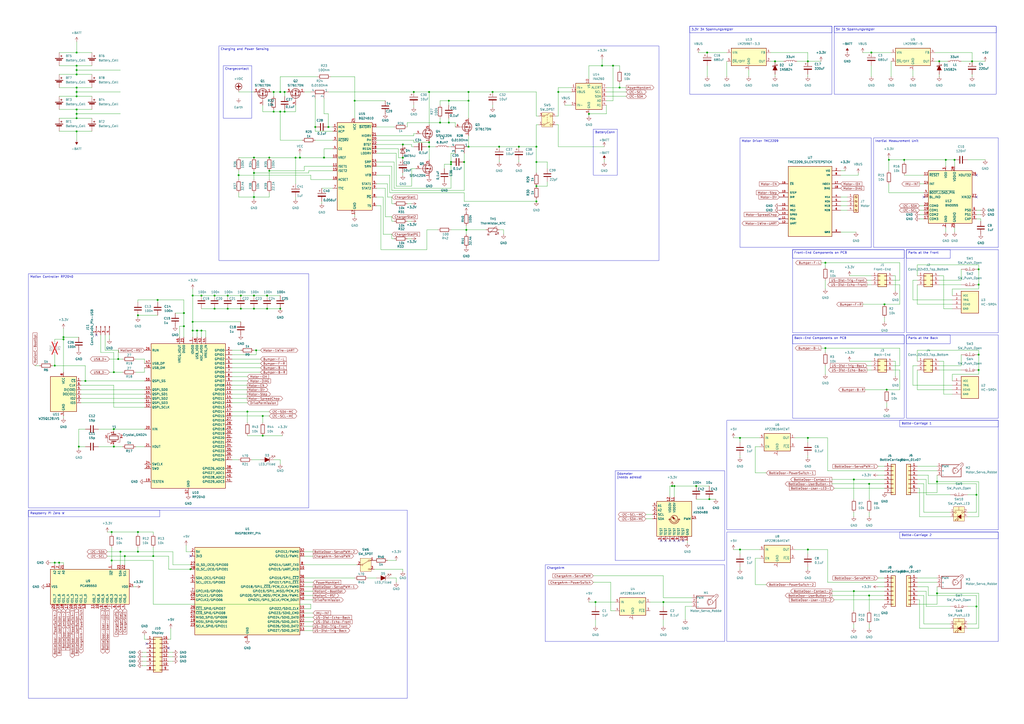
<source format=kicad_sch>
(kicad_sch
	(version 20231120)
	(generator "eeschema")
	(generator_version "8.0")
	(uuid "10e9ed1f-81fe-4a04-a219-cef72219a4ee")
	(paper "A2")
	
	(junction
		(at 429.26 318.77)
		(diameter 0)
		(color 0 0 0 0)
		(uuid "03268f60-248c-430f-9a48-def6cb6c976e")
	)
	(junction
		(at 148.59 203.2)
		(diameter 0)
		(color 0 0 0 0)
		(uuid "04234bed-4ba9-40ef-ac16-7d8ec800186b")
	)
	(junction
		(at 410.21 30.48)
		(diameter 0)
		(color 0 0 0 0)
		(uuid "06870aa4-4c9b-477d-9f05-4ca4de8f6a4d")
	)
	(junction
		(at 147.32 91.44)
		(diameter 0)
		(color 0 0 0 0)
		(uuid "078e93f4-ef9b-4a26-8fc8-7cb6440c9d83")
	)
	(junction
		(at 44.45 50.8)
		(diameter 0)
		(color 0 0 0 0)
		(uuid "083aae67-81c3-4ec2-bf4a-336ec22f72e9")
	)
	(junction
		(at 567.69 156.21)
		(diameter 0)
		(color 0 0 0 0)
		(uuid "0a9bdb1e-9b3a-41f4-835f-eeec191ae320")
	)
	(junction
		(at 205.74 58.42)
		(diameter 0)
		(color 0 0 0 0)
		(uuid "0fa84823-55a1-466b-9cc3-bd54f6acb385")
	)
	(junction
		(at 514.35 226.06)
		(diameter 0)
		(color 0 0 0 0)
		(uuid "1164d9f6-d69f-4765-bfe4-5ec41bb5ffc7")
	)
	(junction
		(at 270.51 133.35)
		(diameter 0)
		(color 0 0 0 0)
		(uuid "1591bc0a-595e-4743-a95b-031ef01c08e6")
	)
	(junction
		(at 248.92 53.34)
		(diameter 0)
		(color 0 0 0 0)
		(uuid "1679ec30-b595-4bc8-847c-00c67a55e84a")
	)
	(junction
		(at 411.48 289.56)
		(diameter 0)
		(color 0 0 0 0)
		(uuid "1b8fa2c7-fa8e-4998-809b-20561d475fbb")
	)
	(junction
		(at 389.89 281.94)
		(diameter 0)
		(color 0 0 0 0)
		(uuid "1d2d508c-e08b-4225-b0ac-1b0f49c14c3f")
	)
	(junction
		(at 36.83 195.58)
		(diameter 0)
		(color 0 0 0 0)
		(uuid "21be0d6d-08dd-4c6b-8dde-b3409b7daccd")
	)
	(junction
		(at 91.44 173.99)
		(diameter 0)
		(color 0 0 0 0)
		(uuid "22a4d2dd-f848-4193-8541-955420f6e17d")
	)
	(junction
		(at 44.45 68.58)
		(diameter 0)
		(color 0 0 0 0)
		(uuid "2421b6f1-9351-4b09-9d81-3293799c07ca")
	)
	(junction
		(at 543.56 279.4)
		(diameter 0)
		(color 0 0 0 0)
		(uuid "25fc08dd-dbcb-4986-8d99-a9d615e74609")
	)
	(junction
		(at 44.45 30.48)
		(diameter 0)
		(color 0 0 0 0)
		(uuid "265fbd34-c236-4afc-b472-ab5f7b1865f2")
	)
	(junction
		(at 64.77 325.12)
		(diameter 0)
		(color 0 0 0 0)
		(uuid "277e0764-7927-4216-849d-6bc3b8e09a44")
	)
	(junction
		(at 139.7 179.07)
		(diameter 0)
		(color 0 0 0 0)
		(uuid "29426718-41a1-4fab-a69c-de55200420f5")
	)
	(junction
		(at 44.45 43.18)
		(diameter 0)
		(color 0 0 0 0)
		(uuid "29b5096b-a417-4d8d-8959-38c8fd1009d5")
	)
	(junction
		(at 173.99 91.44)
		(diameter 0)
		(color 0 0 0 0)
		(uuid "2b369410-99bd-4582-9d81-3d76128a213a")
	)
	(junction
		(at 80.01 182.88)
		(diameter 0)
		(color 0 0 0 0)
		(uuid "2d0abeda-aac0-4388-a19d-3bc6f581aa05")
	)
	(junction
		(at 44.45 76.2)
		(diameter 0)
		(color 0 0 0 0)
		(uuid "2d1447b9-e1f8-416e-9e68-2f3a93be7887")
	)
	(junction
		(at 116.84 191.77)
		(diameter 0)
		(color 0 0 0 0)
		(uuid "2e7fad9a-09d7-4161-afc3-42855f89e07f")
	)
	(junction
		(at 187.96 91.44)
		(diameter 0)
		(color 0 0 0 0)
		(uuid "2fb5237e-5a20-44ce-8f36-963c438a2351")
	)
	(junction
		(at 147.32 179.07)
		(diameter 0)
		(color 0 0 0 0)
		(uuid "2fdf82e2-3891-4bd7-be3f-e7514a4bef5c")
	)
	(junction
		(at 311.15 85.09)
		(diameter 0)
		(color 0 0 0 0)
		(uuid "311f4d38-041f-4193-974d-1c83fbb67e88")
	)
	(junction
		(at 248.92 85.09)
		(diameter 0)
		(color 0 0 0 0)
		(uuid "35ac3a86-2b3b-4a03-adb1-0a5eb95a4bba")
	)
	(junction
		(at 124.46 179.07)
		(diameter 0)
		(color 0 0 0 0)
		(uuid "39a70374-4daf-4db7-bf38-bf4c46ca5dc6")
	)
	(junction
		(at 124.46 171.45)
		(diameter 0)
		(color 0 0 0 0)
		(uuid "3c018187-1d9c-4d03-8c02-29d04cab6f36")
	)
	(junction
		(at 88.9 322.58)
		(diameter 0)
		(color 0 0 0 0)
		(uuid "3ee83e4e-3370-4ed8-bcc6-114de62898d7")
	)
	(junction
		(at 349.25 38.1)
		(diameter 0)
		(color 0 0 0 0)
		(uuid "3eea0a00-3e9a-4c07-bf8c-cd1e7c4edf62")
	)
	(junction
		(at 147.32 100.33)
		(diameter 0)
		(color 0 0 0 0)
		(uuid "41cacee7-f5a4-4feb-90d3-5b89c79d1be2")
	)
	(junction
		(at 147.32 171.45)
		(diameter 0)
		(color 0 0 0 0)
		(uuid "451af065-1b1a-4969-88c6-18b12c3eaf4b")
	)
	(junction
		(at 513.08 176.53)
		(diameter 0)
		(color 0 0 0 0)
		(uuid "46e71d5b-0486-4156-82c5-6cd1b8ff00c5")
	)
	(junction
		(at 116.84 171.45)
		(diameter 0)
		(color 0 0 0 0)
		(uuid "470f61d3-5f15-44b3-9be8-d7ad98c6cb59")
	)
	(junction
		(at 355.6 38.1)
		(diameter 0)
		(color 0 0 0 0)
		(uuid "4a08adb7-ea48-4326-a6c2-0515fd040642")
	)
	(junction
		(at 311.15 107.95)
		(diameter 0)
		(color 0 0 0 0)
		(uuid "4c87b946-ba01-4b69-b1a9-9e7e6044b062")
	)
	(junction
		(at 31.75 212.09)
		(diameter 0)
		(color 0 0 0 0)
		(uuid "4f324c9b-e82a-4655-af45-70ad70b76b07")
	)
	(junction
		(at 165.1 64.77)
		(diameter 0)
		(color 0 0 0 0)
		(uuid "4f5c7b81-43d6-4512-a1ff-f2767706b81b")
	)
	(junction
		(at 80.01 308.61)
		(diameter 0)
		(color 0 0 0 0)
		(uuid "4fafc432-26d7-4c70-844e-cbe5d393e13c")
	)
	(junction
		(at 68.58 208.28)
		(diameter 0)
		(color 0 0 0 0)
		(uuid "515f183c-9db6-4e5c-a04a-45e2e5b7cfce")
	)
	(junction
		(at 260.35 71.12)
		(diameter 0)
		(color 0 0 0 0)
		(uuid "51a07f6d-fef6-4ded-b7b5-940b5c2502f1")
	)
	(junction
		(at 563.88 35.56)
		(diameter 0)
		(color 0 0 0 0)
		(uuid "55e24700-a976-46b6-9a5e-322947c19269")
	)
	(junction
		(at 261.62 95.25)
		(diameter 0)
		(color 0 0 0 0)
		(uuid "5648a747-6913-4918-8ca5-acc9f5883311")
	)
	(junction
		(at 504.19 345.44)
		(diameter 0)
		(color 0 0 0 0)
		(uuid "57161dd7-66d7-4a82-9a79-eaa5c269842f")
	)
	(junction
		(at 248.92 82.55)
		(diameter 0)
		(color 0 0 0 0)
		(uuid "594a1fa7-7f41-4e93-aa45-4e1c30e0c436")
	)
	(junction
		(at 567.69 214.63)
		(diameter 0)
		(color 0 0 0 0)
		(uuid "594cf67e-7a44-4414-8f11-a3da63be89bc")
	)
	(junction
		(at 255.27 71.12)
		(diameter 0)
		(color 0 0 0 0)
		(uuid "5cb3f681-a5b8-4722-b634-c4ebdba652ce")
	)
	(junction
		(at 548.64 92.71)
		(diameter 0)
		(color 0 0 0 0)
		(uuid "5eef07a4-476c-4d20-ab85-4e2f6966be7d")
	)
	(junction
		(at 567.69 205.74)
		(diameter 0)
		(color 0 0 0 0)
		(uuid "6a3dc16e-cbd1-4799-aa60-2efd10351d35")
	)
	(junction
		(at 261.62 93.98)
		(diameter 0)
		(color 0 0 0 0)
		(uuid "6bda25a7-d433-4177-8a8c-e3ecc441d877")
	)
	(junction
		(at 111.76 191.77)
		(diameter 0)
		(color 0 0 0 0)
		(uuid "6d65149c-99e1-48b1-afd4-3fc0a4e61402")
	)
	(junction
		(at 311.15 93.98)
		(diameter 0)
		(color 0 0 0 0)
		(uuid "6ef56cb4-6ee0-4075-bb1b-a819c1239ddb")
	)
	(junction
		(at 44.45 66.04)
		(diameter 0)
		(color 0 0 0 0)
		(uuid "6f780dc5-431b-4107-8aa6-7a7b80f485db")
	)
	(junction
		(at 80.01 320.04)
		(diameter 0)
		(color 0 0 0 0)
		(uuid "7008afad-ebe6-4b0c-994b-1ffb34cb38c0")
	)
	(junction
		(at 495.3 278.13)
		(diameter 0)
		(color 0 0 0 0)
		(uuid "75888cbd-2c9c-44cc-a124-d721d5a43a54")
	)
	(junction
		(at 66.04 259.08)
		(diameter 0)
		(color 0 0 0 0)
		(uuid "75b73604-a04b-4e5e-8f2b-d7112a354c76")
	)
	(junction
		(at 152.4 252.73)
		(diameter 0)
		(color 0 0 0 0)
		(uuid "75ef01e9-385c-4ea7-9683-cb33dac2e24c")
	)
	(junction
		(at 156.21 99.06)
		(diameter 0)
		(color 0 0 0 0)
		(uuid "7a6f0ed7-48cc-489f-9f10-fea7b8900c2e")
	)
	(junction
		(at 44.45 40.64)
		(diameter 0)
		(color 0 0 0 0)
		(uuid "7b5e014f-6d02-49ab-956c-429ce09c3d2b")
	)
	(junction
		(at 566.42 351.79)
		(diameter 0)
		(color 0 0 0 0)
		(uuid "7cb410a2-cd21-4a99-a0fc-9cfba2c05cfa")
	)
	(junction
		(at 154.94 171.45)
		(diameter 0)
		(color 0 0 0 0)
		(uuid "7dc31fcc-7a3f-43f9-9177-cd22c32ac711")
	)
	(junction
		(at 543.56 344.17)
		(diameter 0)
		(color 0 0 0 0)
		(uuid "80f79bba-cc7f-4b8e-9517-8f247a51f6a4")
	)
	(junction
		(at 311.15 116.84)
		(diameter 0)
		(color 0 0 0 0)
		(uuid "821cd109-e758-4a14-9a36-4eccd116b2e8")
	)
	(junction
		(at 158.75 64.77)
		(diameter 0)
		(color 0 0 0 0)
		(uuid "82b92c49-401a-4913-858f-7e3f2f46ddcf")
	)
	(junction
		(at 111.76 186.69)
		(diameter 0)
		(color 0 0 0 0)
		(uuid "84d0a7d8-7dd4-4f12-bcc9-40014992f2ac")
	)
	(junction
		(at 504.19 280.67)
		(diameter 0)
		(color 0 0 0 0)
		(uuid "8521d5a2-40ba-4a5d-a5c4-2e6ef9471c28")
	)
	(junction
		(at 240.03 53.34)
		(diameter 0)
		(color 0 0 0 0)
		(uuid "85aefa31-e41f-4715-9986-793490d285ff")
	)
	(junction
		(at 44.45 53.34)
		(diameter 0)
		(color 0 0 0 0)
		(uuid "87f4a9f5-047d-4055-84ef-ce082379ddb6")
	)
	(junction
		(at 162.56 64.77)
		(diameter 0)
		(color 0 0 0 0)
		(uuid "882212e7-c879-43a9-94f4-d1d58d5f9db1")
	)
	(junction
		(at 478.79 201.93)
		(diameter 0)
		(color 0 0 0 0)
		(uuid "88a18d9a-46e4-498d-9d39-2906a2038335")
	)
	(junction
		(at 271.78 85.09)
		(diameter 0)
		(color 0 0 0 0)
		(uuid "8a7f6c4c-38fa-47ce-ae35-629d17876516")
	)
	(junction
		(at 111.76 171.45)
		(diameter 0)
		(color 0 0 0 0)
		(uuid "8c8781ed-ac6a-4428-9845-847cdc5f6708")
	)
	(junction
		(at 271.78 53.34)
		(diameter 0)
		(color 0 0 0 0)
		(uuid "8e4272b3-cc34-461e-ac6a-bc00f9b86312")
	)
	(junction
		(at 271.78 58.42)
		(diameter 0)
		(color 0 0 0 0)
		(uuid "8f6c5fa1-1431-4ada-bf5f-e2d89623533d")
	)
	(junction
		(at 132.08 179.07)
		(diameter 0)
		(color 0 0 0 0)
		(uuid "90d555f8-82ed-4e5b-9fde-9f2563ca9a84")
	)
	(junction
		(at 345.44 349.25)
		(diameter 0)
		(color 0 0 0 0)
		(uuid "9339e47f-85f5-408a-b36c-b27fd8430462")
	)
	(junction
		(at 190.5 73.66)
		(diameter 0)
		(color 0 0 0 0)
		(uuid "93f07516-6868-4305-aacb-0ba200e0c11d")
	)
	(junction
		(at 162.56 179.07)
		(diameter 0)
		(color 0 0 0 0)
		(uuid "9471eeb1-2a59-42c9-9805-be6e33dda6f7")
	)
	(junction
		(at 495.3 342.9)
		(diameter 0)
		(color 0 0 0 0)
		(uuid "95c38d03-b4bc-4d18-b7ec-e184e5f2b0d1")
	)
	(junction
		(at 158.75 53.34)
		(diameter 0)
		(color 0 0 0 0)
		(uuid "96aa31a1-4e10-459b-997d-dbaa4ad37b35")
	)
	(junction
		(at 515.62 92.71)
		(diameter 0)
		(color 0 0 0 0)
		(uuid "99315baa-d1fc-4dc4-bcfc-637bd899f1ef")
	)
	(junction
		(at 544.83 35.56)
		(diameter 0)
		(color 0 0 0 0)
		(uuid "99af6a2b-938f-4a05-a868-2edc7d4b2aed")
	)
	(junction
		(at 72.39 322.58)
		(diameter 0)
		(color 0 0 0 0)
		(uuid "9a382fe7-2567-41bd-b706-8a429acfe147")
	)
	(junction
		(at 154.94 179.07)
		(diameter 0)
		(color 0 0 0 0)
		(uuid "9c8a7697-ebc2-4d23-9b1c-948f5bccfdc2")
	)
	(junction
		(at 49.53 220.98)
		(diameter 0)
		(color 0 0 0 0)
		(uuid "9e9c8458-49a2-4c4a-9aa4-a77a98a09679")
	)
	(junction
		(at 391.16 281.94)
		(diameter 0)
		(color 0 0 0 0)
		(uuid "9f75e55c-6b64-43ca-a3d6-8f8cc0d4d803")
	)
	(junction
		(at 44.45 55.88)
		(diameter 0)
		(color 0 0 0 0)
		(uuid "a042a7b2-81e2-4dbc-9fc4-79a7c6613bb5")
	)
	(junction
		(at 106.68 189.23)
		(diameter 0)
		(color 0 0 0 0)
		(uuid "a0da04da-7b55-4416-b220-aaaa0dffdfe3")
	)
	(junction
		(at 143.51 238.76)
		(diameter 0)
		(color 0 0 0 0)
		(uuid "a174328b-591f-4f4e-acd9-d1960c5a1d5e")
	)
	(junction
		(at 45.72 259.08)
		(diameter 0)
		(color 0 0 0 0)
		(uuid "a3540f26-1336-4e81-a8eb-434080559b46")
	)
	(junction
		(at 110.49 330.2)
		(diameter 0)
		(color 0 0 0 0)
		(uuid "a8b3ec47-a9a9-4ba1-b749-6c31898f83b9")
	)
	(junction
		(at 114.3 191.77)
		(diameter 0)
		(color 0 0 0 0)
		(uuid "a9ae8d97-5143-4d48-8437-3701e9202cc1")
	)
	(junction
		(at 171.45 91.44)
		(diameter 0)
		(color 0 0 0 0)
		(uuid "b5f21407-4b80-434f-ba8b-2953c30b04b1")
	)
	(junction
		(at 566.42 287.02)
		(diameter 0)
		(color 0 0 0 0)
		(uuid "b783d9c8-d090-495a-83a1-e580f2c25178")
	)
	(junction
		(at 468.63 318.77)
		(diameter 0)
		(color 0 0 0 0)
		(uuid "bbc22500-7889-4288-be0d-cfd80288ac5c")
	)
	(junction
		(at 384.81 349.25)
		(diameter 0)
		(color 0 0 0 0)
		(uuid "bc4e959e-e2ad-4122-b784-10f1fe12ed65")
	)
	(junction
		(at 147.32 114.3)
		(diameter 0)
		(color 0 0 0 0)
		(uuid "c0be65a4-b948-4986-9442-3575c41d013b")
	)
	(junction
		(at 64.77 308.61)
		(diameter 0)
		(color 0 0 0 0)
		(uuid "c5a02223-bddc-4462-98b4-b63f3acdf809")
	)
	(junction
		(at 449.58 35.56)
		(diameter 0)
		(color 0 0 0 0)
		(uuid "c799042d-ae88-43cc-a271-0df941a8f484")
	)
	(junction
		(at 269.24 93.98)
		(diameter 0)
		(color 0 0 0 0)
		(uuid "c7d05e29-29a0-49a9-a586-8d5da62223fe")
	)
	(junction
		(at 553.72 92.71)
		(diameter 0)
		(color 0 0 0 0)
		(uuid "c85e723b-7570-4cf5-84ad-b61532129048")
	)
	(junction
		(at 289.56 85.09)
		(diameter 0)
		(color 0 0 0 0)
		(uuid "c98230bc-9741-4d2b-b0c6-8db53ea0f657")
	)
	(junction
		(at 69.85 320.04)
		(diameter 0)
		(color 0 0 0 0)
		(uuid "c9829d1e-e068-4d7b-979c-0567ec83b092")
	)
	(junction
		(at 156.21 91.44)
		(diameter 0)
		(color 0 0 0 0)
		(uuid "c9b95984-e325-4229-95f0-72e6effc4e99")
	)
	(junction
		(at 300.99 85.09)
		(diameter 0)
		(color 0 0 0 0)
		(uuid "cb05a25a-166f-42f3-90e5-a4460cb0206d")
	)
	(junction
		(at 66.04 248.92)
		(diameter 0)
		(color 0 0 0 0)
		(uuid "cde65cd6-c066-46d8-a2f4-f11966f8d9bc")
	)
	(junction
		(at 233.68 83.82)
		(diameter 0)
		(color 0 0 0 0)
		(uuid "ce7a012a-b7ac-4733-9453-7513c5eadd71")
	)
	(junction
		(at 36.83 196.85)
		(diameter 0)
		(color 0 0 0 0)
		(uuid "cf515f11-e932-4ebb-a615-a2f4c79f2c55")
	)
	(junction
		(at 341.63 66.04)
		(diameter 0)
		(color 0 0 0 0)
		(uuid "d11ba81a-bdac-481a-9bd9-cd8d713f0ecf")
	)
	(junction
		(at 44.45 38.1)
		(diameter 0)
		(color 0 0 0 0)
		(uuid "d460fc4e-116b-461c-9aad-963e945b1fdb")
	)
	(junction
		(at 182.88 73.66)
		(diameter 0)
		(color 0 0 0 0)
		(uuid "d7218f09-481c-4dfb-8660-d32c7d548973")
	)
	(junction
		(at 31.75 326.39)
		(diameter 0)
		(color 0 0 0 0)
		(uuid "d7cc7e0e-4b77-4814-a0d4-6785824da040")
	)
	(junction
		(at 403.86 281.94)
		(diameter 0)
		(color 0 0 0 0)
		(uuid "db7b671f-52e1-4b28-8b64-2de38bc73d4f")
	)
	(junction
		(at 152.4 241.3)
		(diameter 0)
		(color 0 0 0 0)
		(uuid "dc242737-9d3c-4090-9829-a23ee9040928")
	)
	(junction
		(at 478.79 152.4)
		(diameter 0)
		(color 0 0 0 0)
		(uuid "dc30a080-afb7-48a1-9348-3fa78b8193e0")
	)
	(junction
		(at 66.04 215.9)
		(diameter 0)
		(color 0 0 0 0)
		(uuid "decbe553-a3bd-4fc0-9f73-f7e590a6e953")
	)
	(junction
		(at 139.7 171.45)
		(diameter 0)
		(color 0 0 0 0)
		(uuid "e1775e11-9fe6-4463-8146-18d8ced08735")
	)
	(junction
		(at 106.68 181.61)
		(diameter 0)
		(color 0 0 0 0)
		(uuid "e18add9c-c3d0-41a9-8ecf-c6c33a8a8953")
	)
	(junction
		(at 162.56 53.34)
		(diameter 0)
		(color 0 0 0 0)
		(uuid "e638f2a4-5e9e-4671-badd-88fbc55318f6")
	)
	(junction
		(at 429.26 254)
		(diameter 0)
		(color 0 0 0 0)
		(uuid "e643f0fc-a1a1-4012-a5b0-69948705cd8f")
	)
	(junction
		(at 165.1 53.34)
		(diameter 0)
		(color 0 0 0 0)
		(uuid "e996c373-c3aa-4ac5-9496-1773721cfd1c")
	)
	(junction
		(at 132.08 171.45)
		(diameter 0)
		(color 0 0 0 0)
		(uuid "ebd25529-48dc-4d3c-995a-0a53a2b21d6f")
	)
	(junction
		(at 285.75 53.34)
		(diameter 0)
		(color 0 0 0 0)
		(uuid "ed079d0b-fea7-481b-852a-0b16d86be289")
	)
	(junction
		(at 359.41 50.8)
		(diameter 0)
		(color 0 0 0 0)
		(uuid "ee21e3f5-e352-4a84-93cf-62e554bde62b")
	)
	(junction
		(at 260.35 58.42)
		(diameter 0)
		(color 0 0 0 0)
		(uuid "ee485631-1076-491b-ae9c-d926dec44c36")
	)
	(junction
		(at 323.85 53.34)
		(diameter 0)
		(color 0 0 0 0)
		(uuid "eec98f71-cafb-4731-a4ef-ebdea913f8f8")
	)
	(junction
		(at 468.63 254)
		(diameter 0)
		(color 0 0 0 0)
		(uuid "efd94e32-e0ba-4970-b1bf-8fd3aa6a1536")
	)
	(junction
		(at 524.51 92.71)
		(diameter 0)
		(color 0 0 0 0)
		(uuid "f1ea72bd-ddab-4c9c-bc3e-94b9ac135f23")
	)
	(junction
		(at 34.29 326.39)
		(diameter 0)
		(color 0 0 0 0)
		(uuid "f2ce2bf7-3045-45bb-b7fc-f2ad386e880f")
	)
	(junction
		(at 138.43 101.6)
		(diameter 0)
		(color 0 0 0 0)
		(uuid "f7c9a31e-a985-4a15-ba63-951e53625b76")
	)
	(junction
		(at 233.68 91.44)
		(diameter 0)
		(color 0 0 0 0)
		(uuid "f7fb99b1-7b2a-472f-90af-0ba450949010")
	)
	(junction
		(at 567.69 165.1)
		(diameter 0)
		(color 0 0 0 0)
		(uuid "f809335f-7b79-4149-8b15-3c5482826fa5")
	)
	(junction
		(at 505.46 30.48)
		(diameter 0)
		(color 0 0 0 0)
		(uuid "f91e5096-4f67-48ae-a66f-f4215968b35a")
	)
	(junction
		(at 44.45 63.5)
		(diameter 0)
		(color 0 0 0 0)
		(uuid "fe282bc1-f285-4dcb-aaf1-eb1ddb5ceb2f")
	)
	(junction
		(at 468.63 35.56)
		(diameter 0)
		(color 0 0 0 0)
		(uuid "fedb9ee5-9f24-4d12-a2db-5fd24ffa6199")
	)
	(no_connect
		(at 452.12 127)
		(uuid "0260e9ab-8e3e-4bc2-9dbe-5591cc0b01ef")
	)
	(no_connect
		(at 393.7 313.69)
		(uuid "0aa3e324-e029-4e75-a35d-32bbcc9a147b")
	)
	(no_connect
		(at 535.94 114.3)
		(uuid "0dbbdef1-cd64-4ae0-a69d-69f0c468be48")
	)
	(no_connect
		(at 566.42 101.6)
		(uuid "384be073-ba93-4b1b-904d-552e784c8b00")
	)
	(no_connect
		(at 110.49 322.58)
		(uuid "47a92e0d-52a0-4f2c-8d09-ee9bd39c40b1")
	)
	(no_connect
		(at 97.79 375.92)
		(uuid "4b40c3af-bf17-4bab-9bb5-2510a50a4ec9")
	)
	(no_connect
		(at 396.24 313.69)
		(uuid "5a46784a-dd16-4e27-8b4d-1d363770a20f")
	)
	(no_connect
		(at 391.16 313.69)
		(uuid "76f314ef-0d7b-44b6-aab5-f5f230adbd7e")
	)
	(no_connect
		(at 85.09 373.38)
		(uuid "7bd2e65b-56d9-420c-a018-2a5d5a02554e")
	)
	(no_connect
		(at 386.08 313.69)
		(uuid "a9eb4a0c-15fe-49cf-b559-eed295bbc624")
	)
	(no_connect
		(at 55.88 194.31)
		(uuid "c2ad0957-19e7-43e7-a01b-6131327d59c9")
	)
	(no_connect
		(at 388.62 313.69)
		(uuid "c3df7663-15a5-4e50-b4fd-21a303b85af3")
	)
	(no_connect
		(at 383.54 313.69)
		(uuid "c7b5a869-6317-49bc-8d06-4f3c522bd3e5")
	)
	(no_connect
		(at 566.42 114.3)
		(uuid "dbf644f0-5284-44a5-8de9-ca76d961beec")
	)
	(wire
		(pts
			(xy 66.04 259.08) (xy 66.04 257.81)
		)
		(stroke
			(width 0)
			(type default)
		)
		(uuid "001dffd7-7641-4fd9-a9d3-c65c327bb6e0")
	)
	(wire
		(pts
			(xy 567.69 203.2) (xy 532.13 203.2)
		)
		(stroke
			(width 0)
			(type default)
		)
		(uuid "010455f5-cb6a-4251-87f5-60e736b25ecb")
	)
	(wire
		(pts
			(xy 248.92 85.09) (xy 252.73 85.09)
		)
		(stroke
			(width 0)
			(type default)
		)
		(uuid "01544584-5bf4-4092-b24e-068aaa0fc62f")
	)
	(wire
		(pts
			(xy 62.23 320.04) (xy 69.85 320.04)
		)
		(stroke
			(width 0)
			(type default)
		)
		(uuid "020e7bd2-975d-483f-8535-d66b8332c03a")
	)
	(wire
		(pts
			(xy 181.61 322.58) (xy 176.53 322.58)
		)
		(stroke
			(width 0)
			(type default)
		)
		(uuid "021dd310-9842-412f-b9a6-439ebfee9b07")
	)
	(wire
		(pts
			(xy 60.96 203.2) (xy 60.96 194.31)
		)
		(stroke
			(width 0)
			(type default)
		)
		(uuid "024b73a8-241a-41ac-8ba5-fb036987d738")
	)
	(wire
		(pts
			(xy 521.97 214.63) (xy 518.16 214.63)
		)
		(stroke
			(width 0)
			(type default)
		)
		(uuid "02694717-9285-40e8-852d-4a4b6d6acde5")
	)
	(wire
		(pts
			(xy 500.38 176.53) (xy 513.08 176.53)
		)
		(stroke
			(width 0)
			(type default)
		)
		(uuid "026df141-edee-4563-b366-9389b7745b89")
	)
	(wire
		(pts
			(xy 491.49 116.84) (xy 487.68 116.84)
		)
		(stroke
			(width 0)
			(type default)
		)
		(uuid "02b7188a-3b50-4bb1-b815-4dd64aeb1ff5")
	)
	(wire
		(pts
			(xy 504.19 354.33) (xy 504.19 345.44)
		)
		(stroke
			(width 0)
			(type default)
		)
		(uuid "02db2914-8822-456d-9c6f-fd12122a370b")
	)
	(wire
		(pts
			(xy 91.44 173.99) (xy 106.68 173.99)
		)
		(stroke
			(width 0)
			(type default)
		)
		(uuid "030cf6e0-7220-478f-8ce6-506488ec880c")
	)
	(wire
		(pts
			(xy 176.53 99.06) (xy 176.53 96.52)
		)
		(stroke
			(width 0)
			(type default)
		)
		(uuid "03467e4e-cdde-4172-a246-476cc9bb7d30")
	)
	(wire
		(pts
			(xy 478.79 201.93) (xy 521.97 201.93)
		)
		(stroke
			(width 0)
			(type default)
		)
		(uuid "044831d4-03cf-4a62-8912-d2bdba5522ce")
	)
	(wire
		(pts
			(xy 497.84 101.6) (xy 497.84 100.33)
		)
		(stroke
			(width 0)
			(type default)
		)
		(uuid "0485acd8-4b46-4c42-b37e-992dbf2afcab")
	)
	(wire
		(pts
			(xy 516.89 44.45) (xy 516.89 35.56)
		)
		(stroke
			(width 0)
			(type default)
		)
		(uuid "048bb947-f301-4b5c-ad0f-8ed3c611c4ac")
	)
	(wire
		(pts
			(xy 444.5 339.09) (xy 438.15 339.09)
		)
		(stroke
			(width 0)
			(type default)
		)
		(uuid "06a93dd4-98a6-4286-abe5-50bc9d21607c")
	)
	(wire
		(pts
			(xy 254 133.35) (xy 247.65 133.35)
		)
		(stroke
			(width 0)
			(type default)
		)
		(uuid "070ff180-f11b-4d52-a350-0ecc88fdfe16")
	)
	(wire
		(pts
			(xy 44.45 40.64) (xy 69.85 40.64)
		)
		(stroke
			(width 0)
			(type default)
		)
		(uuid "07f65511-514b-40e6-bece-50eb6771ef28")
	)
	(wire
		(pts
			(xy 359.41 50.8) (xy 359.41 48.26)
		)
		(stroke
			(width 0)
			(type default)
		)
		(uuid "080911a9-7fd1-4a2f-a512-6ec6992ba3a0")
	)
	(wire
		(pts
			(xy 213.36 335.28) (xy 218.44 335.28)
		)
		(stroke
			(width 0)
			(type default)
		)
		(uuid "093b43b4-12e8-4e38-b51c-693434ae7398")
	)
	(wire
		(pts
			(xy 165.1 63.5) (xy 165.1 64.77)
		)
		(stroke
			(width 0)
			(type default)
		)
		(uuid "09588aa3-eb9b-4c1f-b792-cf7633bb7e08")
	)
	(wire
		(pts
			(xy 461.01 254) (xy 468.63 254)
		)
		(stroke
			(width 0)
			(type default)
		)
		(uuid "096359c0-aaa2-4c39-b067-d620e5f29e71")
	)
	(wire
		(pts
			(xy 521.97 212.09) (xy 521.97 201.93)
		)
		(stroke
			(width 0)
			(type default)
		)
		(uuid "09d34397-eb92-416e-b25c-6435a5e714c2")
	)
	(wire
		(pts
			(xy 425.45 318.77) (xy 429.26 318.77)
		)
		(stroke
			(width 0)
			(type default)
		)
		(uuid "0a2741bb-38e7-42f8-87f7-37dc083a517d")
	)
	(wire
		(pts
			(xy 236.22 71.12) (xy 236.22 73.66)
		)
		(stroke
			(width 0)
			(type default)
		)
		(uuid "0a83c247-4247-4066-b02b-982702003f58")
	)
	(wire
		(pts
			(xy 83.82 210.82) (xy 83.82 208.28)
		)
		(stroke
			(width 0)
			(type default)
		)
		(uuid "0a917147-c546-4876-b199-c676c29635da")
	)
	(wire
		(pts
			(xy 34.29 38.1) (xy 44.45 38.1)
		)
		(stroke
			(width 0)
			(type default)
		)
		(uuid "0b012abe-f767-49a7-8fcc-20a3eb6879c1")
	)
	(wire
		(pts
			(xy 181.61 360.68) (xy 176.53 360.68)
		)
		(stroke
			(width 0)
			(type default)
		)
		(uuid "0b670b74-17e1-43dd-84c8-9d896db2cf58")
	)
	(wire
		(pts
			(xy 351.79 50.8) (xy 359.41 50.8)
		)
		(stroke
			(width 0)
			(type default)
		)
		(uuid "0bc13916-c24a-431d-baf9-0ad5a6451379")

... [471290 chars truncated]
</source>
